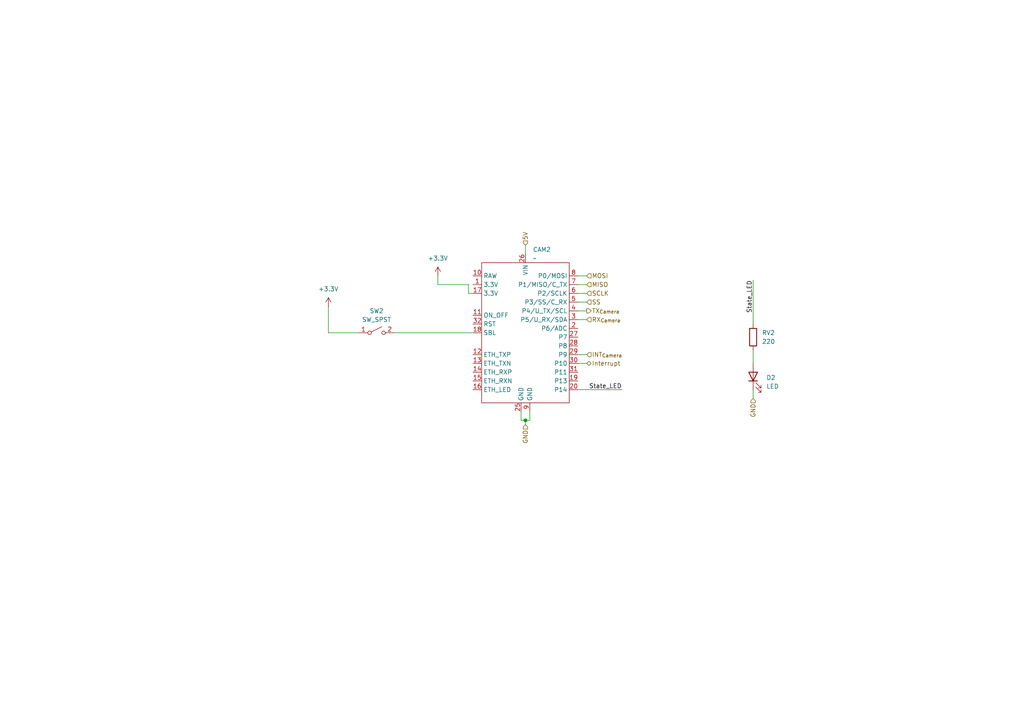
<source format=kicad_sch>
(kicad_sch (version 20250114) (generator "eeschema") (generator_version "9.0")
  (paper "A4")
  (lib_symbols
    (symbol "Device:LED" (pin_numbers (hide yes)) (pin_names (offset 1.016) (hide yes))
      (property "Reference" "D" (at 0 2.54 0))
      (property "Value" "LED" (at 0 -2.54 0))
      (symbol "LED_0_1"
        (polyline (pts (xy -3.048 -0.762) (xy -4.572 -2.286) (xy -3.81 -2.286) (xy -4.572 -2.286) (xy -4.572 -1.524)))
        (polyline (pts (xy -1.778 -0.762) (xy -3.302 -2.286) (xy -2.54 -2.286) (xy -3.302 -2.286) (xy -3.302 -1.524)))
        (polyline (pts (xy -1.27 0) (xy 1.27 0)))
        (polyline (pts (xy -1.27 -1.27) (xy -1.27 1.27)) (stroke (width 0.254)))
        (polyline (pts (xy 1.27 -1.27) (xy 1.27 1.27) (xy -1.27 0) (xy 1.27 -1.27)) (stroke (width 0.254)))
      )
      (symbol "LED_1_1"
        (pin passive line (at -3.81 0 0) (length 2.54) (name "K") (number "1"))
        (pin passive line (at 3.81 0 180) (length 2.54) (name "A") (number "2"))
      )
    )
    (symbol "Device:R" (pin_numbers (hide yes)) (pin_names (offset 0))
      (property "Reference" "R" (at 2.032 0 90))
      (property "Value" "R" (at 0 0 90))
      (symbol "R_0_1"
        (rectangle (start -1.016 -2.54) (end 1.016 2.54) (stroke (width 0.254)))
      )
      (symbol "R_1_1"
        (pin passive line (at 0 3.81 270) (length 1.27) (name "~") (number "1"))
        (pin passive line (at 0 -3.81 90) (length 1.27) (name "~") (number "2"))
      )
    )
    (symbol "RobotikV4:OpenMV-RT1062"
      (property "Reference" "CAM1" (at -12.7 22.352 0))
      (property "Value" "~" (at 2.1433 21.59 0))
      (symbol "OpenMV-RT1062_0_1"
        (rectangle (start -12.7 20.32) (end 12.7 -20.32))
      )
      (symbol "OpenMV-RT1062_1_1"
        (pin power_out line (at -15.24 16.51 0) (length 2.54) (name "RAW") (number "10"))
        (pin power_out line (at -15.24 13.97 0) (length 2.54) (name "3.3V") (number "1"))
        (pin power_out line (at -15.24 11.43 0) (length 2.54) (name "3.3V") (number "17"))
        (pin input line (at -15.24 5.08 0) (length 2.54) (name "ON_OFF") (number "11"))
        (pin input line (at -15.24 2.54 0) (length 2.54) (name "RST") (number "32"))
        (pin input line (at -15.24 0 0) (length 2.54) (name "SBL") (number "18"))
        (pin output line (at -15.24 -6.35 0) (length 2.54) (name "ETH_TXP") (number "12"))
        (pin output line (at -15.24 -8.89 0) (length 2.54) (name "ETH_TXN") (number "13"))
        (pin output line (at -15.24 -11.43 0) (length 2.54) (name "ETH_RXP") (number "14"))
        (pin output line (at -15.24 -13.97 0) (length 2.54) (name "ETH_RXN") (number "15"))
        (pin output line (at -15.24 -16.51 0) (length 2.54) (name "ETH_LED") (number "16"))
        (pin power_in line (at -1.27 -22.86 90) (length 2.54) (name "GND") (number "25"))
        (pin power_in line (at 0 22.86 270) (length 2.54) (name "VIN") (number "26"))
        (pin power_out line (at 1.27 -22.86 90) (length 2.54) (name "GND") (number "9"))
        (pin bidirectional line (at 15.24 16.51 180) (length 2.54) (name "P0/MOSI") (number "8"))
        (pin bidirectional line (at 15.24 13.97 180) (length 2.54) (name "P1/MISO/C_TX") (number "7"))
        (pin bidirectional line (at 15.24 11.43 180) (length 2.54) (name "P2/SCLK") (number "6"))
        (pin bidirectional line (at 15.24 8.89 180) (length 2.54) (name "P3/SS/C_RX") (number "5"))
        (pin bidirectional line (at 15.24 6.35 180) (length 2.54) (name "P4/U_TX/SCL") (number "4"))
        (pin bidirectional line (at 15.24 3.81 180) (length 2.54) (name "P5/U_RX/SDA") (number "3"))
        (pin bidirectional line (at 15.24 1.27 180) (length 2.54) (name "P6/ADC") (number "2"))
        (pin bidirectional line (at 15.24 -1.27 180) (length 2.54) (name "P7") (number "27"))
        (pin bidirectional line (at 15.24 -3.81 180) (length 2.54) (name "P8") (number "28"))
        (pin bidirectional line (at 15.24 -6.35 180) (length 2.54) (name "P9") (number "29"))
        (pin bidirectional line (at 15.24 -8.89 180) (length 2.54) (name "P10") (number "30"))
        (pin bidirectional line (at 15.24 -11.43 180) (length 2.54) (name "P11") (number "31"))
        (pin input line (at 15.24 -13.97 180) (length 2.54) (name "P13") (number "19"))
        (pin input line (at 15.24 -16.51 180) (length 2.54) (name "P14") (number "20"))
      )
    )
    (symbol "Switch:SW_SPST" (pin_names (offset 0) (hide yes))
      (property "Reference" "SW" (at 0 3.175 0))
      (property "Value" "SW_SPST" (at 0 -2.54 0))
      (symbol "SW_SPST_0_0"
        (circle (center -2.032 0) (radius 0.508))
        (polyline (pts (xy -1.524 0.254) (xy 1.524 1.778)))
        (circle (center 2.032 0) (radius 0.508))
      )
      (symbol "SW_SPST_1_1"
        (pin passive line (at -5.08 0 0) (length 2.54) (name "A") (number "1"))
        (pin passive line (at 5.08 0 180) (length 2.54) (name "B") (number "2"))
      )
    )
    (symbol "power:+3.3V" (power) (pin_numbers (hide yes)) (pin_names (offset 0) (hide yes))
      (property "Value" "+3.3V" (at 0 3.556 0))
      (symbol "+3.3V_0_1"
        (polyline (pts (xy -0.762 1.27) (xy 0 2.54)))
        (polyline (pts (xy 0 2.54) (xy 0.762 1.27)))
        (polyline (pts (xy 0 0) (xy 0 2.54)))
      )
      (symbol "+3.3V_1_1"
        (pin power_in line (at 0 0 90) (length 0) (name "~") (number "1"))
      )
    )
  )
  (junction (at 152.4 121.92))
  (wire (pts (xy 167.64 82.55) (xy 170.18 82.55)))
  (wire (pts (xy 167.64 87.63) (xy 170.18 87.63)))
  (wire (pts (xy 167.64 80.01) (xy 170.18 80.01)))
  (wire (pts (xy 127 82.55) (xy 135.89 82.55)))
  (wire (pts (xy 153.67 121.92) (xy 152.4 121.92)))
  (wire (pts (xy 135.89 85.09) (xy 135.89 82.55)))
  (wire (pts (xy 218.44 81.28) (xy 218.44 93.98)))
  (wire (pts (xy 127 80.01) (xy 127 82.55)))
  (wire (pts (xy 95.25 88.9) (xy 95.25 96.52)))
  (wire (pts (xy 152.4 121.92) (xy 151.13 121.92)))
  (wire (pts (xy 114.3 96.52) (xy 137.16 96.52)))
  (wire (pts (xy 104.14 96.52) (xy 95.25 96.52)))
  (wire (pts (xy 167.64 113.03) (xy 180.34 113.03)))
  (wire (pts (xy 152.4 71.12) (xy 152.4 73.66)))
  (wire (pts (xy 137.16 85.09) (xy 135.89 85.09)))
  (wire (pts (xy 151.13 121.92) (xy 151.13 119.38)))
  (wire (pts (xy 152.4 121.92) (xy 152.4 123.19)))
  (wire (pts (xy 167.64 85.09) (xy 170.18 85.09)))
  (wire (pts (xy 167.64 92.71) (xy 170.18 92.71)))
  (wire (pts (xy 218.44 101.6) (xy 218.44 105.41)))
  (wire (pts (xy 167.64 102.87) (xy 170.18 102.87)))
  (wire (pts (xy 167.64 105.41) (xy 170.18 105.41)))
  (wire (pts (xy 153.67 119.38) (xy 153.67 121.92)))
  (wire (pts (xy 218.44 113.03) (xy 218.44 115.57)))
  (wire (pts (xy 167.64 90.17) (xy 170.18 90.17)))
  (label "State_LED" (at 218.44 81.28 270))
  (label "State_LED" (at 180.34 113.03 180))
  (hierarchical_label "TX_{Camera}" (shape output) (at 170.18 90.17 0))
  (hierarchical_label "MOSI" (shape input) (at 170.18 80.01 0))
  (hierarchical_label "INT_{Camera}" (shape input) (at 170.18 102.87 0))
  (hierarchical_label "MISO" (shape input) (at 170.18 82.55 0))
  (hierarchical_label "5V" (shape input) (at 152.4 71.12 90))
  (hierarchical_label "RX_{Camera}" (shape input) (at 170.18 92.71 0))
  (hierarchical_label "SCLK" (shape input) (at 170.18 85.09 0))
  (hierarchical_label "SS" (shape input) (at 170.18 87.63 0))
  (hierarchical_label "GND" (shape input) (at 152.4 123.19 270))
  (hierarchical_label "Interrupt" (shape bidirectional) (at 170.18 105.41 0))
  (hierarchical_label "GND" (shape input) (at 218.44 115.57 270))
  (symbol (lib_id "Device:R") (at 218.44 97.79 0) (unit 1)
    (property "Reference" "RV1" (at 220.98 96.5199 0) (effects (justify left)))
    (property "Value" "220" (at 220.98 99.0599 0) (effects (justify left)))
    (property "Footprint" "Resistor_SMD:R_1206_3216Metric_Pad1.30x1.75mm_HandSolder" (effects (hide yes)))
    (property "Description" "Resistor" (effects (hide yes)))
    (instances (project "Top_Platine" (path "" (reference "RV2") (unit 1)) (path "" (reference "RV1") (unit 1))))
  )
  (symbol (lib_id "Switch:SW_SPST") (at 109.22 96.52 0) (unit 1)
    (property "Reference" "SW1" (at 109.22 90.17 0))
    (property "Value" "SW_SPST" (at 109.22 92.71 0))
    (property "Footprint" "Button_Switch_SMD:SW_SPST_PTS645" (effects (hide yes)))
    (property "Description" "Single Pole Single Throw (SPST) switch" (effects (hide yes)))
    (instances (project "Top_Platine" (path "" (reference "SW2") (unit 1)) (path "" (reference "SW1") (unit 1))))
  )
  (symbol (lib_id "power:+3.3V") (at 95.25 88.9 0) (unit 1)
    (property "Reference" "#PWR04" (effects (hide yes)))
    (property "Value" "+3.3V" (at 95.25 83.82 0))
    (property "Description" "Power symbol creates a global label with name \"+3.3V\"" (effects (hide yes)))
    (instances (project "Top_Platine" (path "" (reference "#PWR05") (unit 1)) (path "" (reference "#PWR04") (unit 1))))
  )
  (symbol (lib_id "power:+3.3V") (at 127 80.01 0) (unit 1)
    (property "Reference" "#PWR09" (effects (hide yes)))
    (property "Value" "+3.3V" (at 127 74.93 0))
    (property "Description" "Power symbol creates a global label with name \"+3.3V\"" (effects (hide yes)))
    (instances (project "Top_Platine" (path "" (reference "#PWR010") (unit 1)) (path "" (reference "#PWR09") (unit 1))))
  )
  (symbol (lib_id "Device:LED") (at 218.44 109.22 90) (unit 1)
    (property "Reference" "D1" (at 222.25 109.5374 90) (effects (justify right)))
    (property "Value" "LED" (at 222.25 112.0774 90) (effects (justify right)))
    (property "Footprint" "LED_SMD:LED_1206_3216Metric_Pad1.42x1.75mm_HandSolder" (effects (hide yes)))
    (property "Description" "Light emitting diode" (effects (hide yes)))
    (property "Sim.Pins" "1=K 2=A" (effects (hide yes)))
    (instances (project "Top_Platine" (path "" (reference "D2") (unit 1)) (path "" (reference "D1") (unit 1))))
  )
  (symbol (lib_id "RobotikV4:OpenMV-RT1062") (at 152.4 96.52 0) (unit 1)
    (property "Reference" "CAM1" (at 154.5433 72.39 0) (effects (justify left)))
    (property "Value" "~" (at 154.5433 74.93 0) (effects (justify left)))
    (property "Footprint" "Robotik:OpenMV_RT1062" (effects (hide yes)))
    (instances (project "Top_Platine" (path "" (reference "CAM2") (unit 1)) (path "" (reference "CAM1") (unit 1))))
  )
)
</source>
